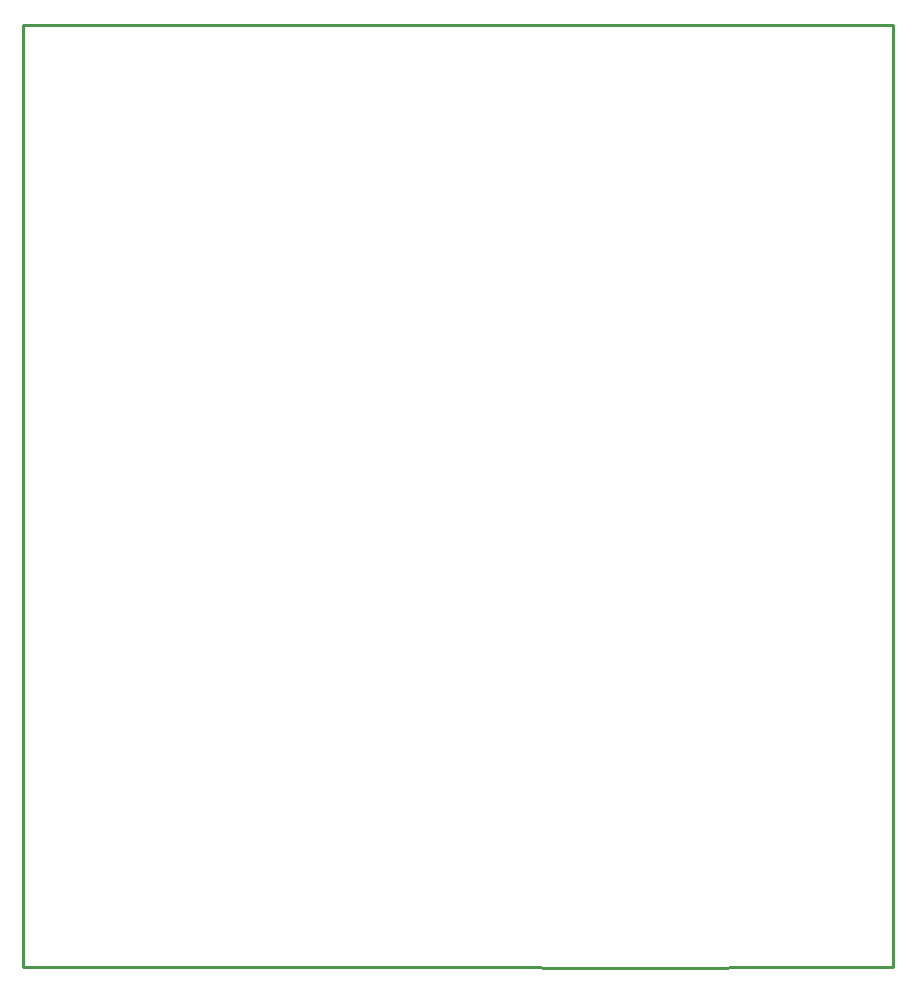
<source format=gbr>
G04 EAGLE Gerber RS-274X export*
G75*
%MOMM*%
%FSLAX34Y34*%
%LPD*%
%IN*%
%IPPOS*%
%AMOC8*
5,1,8,0,0,1.08239X$1,22.5*%
G01*
%ADD10C,0.254000*%


D10*
X0Y0D02*
X320294Y0D01*
X559308Y-508D01*
X635000Y0D01*
X736600Y0D01*
X736600Y798068D01*
X0Y798068D01*
X0Y0D01*
M02*

</source>
